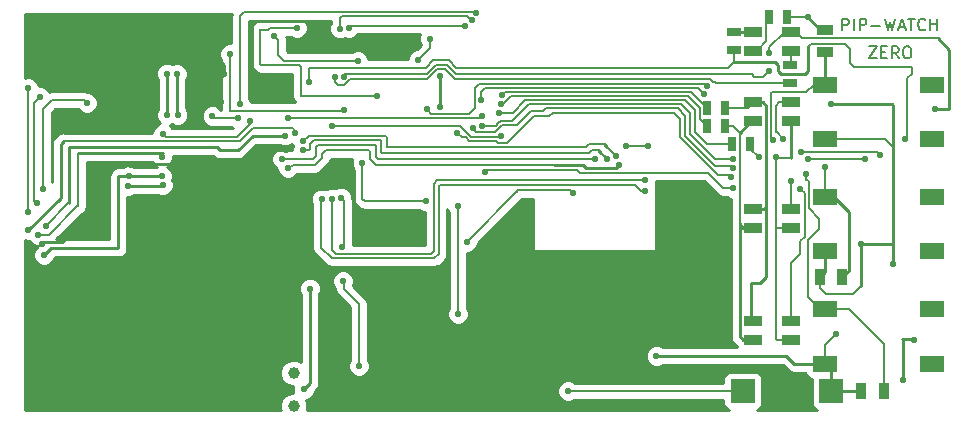
<source format=gtl>
G04 (created by PCBNEW (2013-june-11)-stable) date St 3. září 2014, 22:49:41 CEST*
%MOIN*%
G04 Gerber Fmt 3.4, Leading zero omitted, Abs format*
%FSLAX34Y34*%
G01*
G70*
G90*
G04 APERTURE LIST*
%ADD10C,0.00590551*%
%ADD11C,0.00787402*%
%ADD12R,0.0590551X0.0354331*%
%ADD13R,0.055X0.035*%
%ADD14R,0.035X0.055*%
%ADD15R,0.025X0.045*%
%ADD16R,0.045X0.025*%
%ADD17C,0.0393701*%
%ADD18R,0.0826772X0.0551181*%
%ADD19R,0.0787402X0.0787402*%
%ADD20C,0.0220472*%
%ADD21C,0.01*%
G04 APERTURE END LIST*
G54D10*
G54D11*
X73637Y-27344D02*
X73900Y-27344D01*
X73637Y-27738D01*
X73900Y-27738D01*
X74050Y-27531D02*
X74181Y-27531D01*
X74237Y-27738D02*
X74050Y-27738D01*
X74050Y-27344D01*
X74237Y-27344D01*
X74631Y-27738D02*
X74500Y-27550D01*
X74406Y-27738D02*
X74406Y-27344D01*
X74556Y-27344D01*
X74594Y-27363D01*
X74612Y-27381D01*
X74631Y-27419D01*
X74631Y-27475D01*
X74612Y-27513D01*
X74594Y-27531D01*
X74556Y-27550D01*
X74406Y-27550D01*
X74875Y-27344D02*
X74950Y-27344D01*
X74987Y-27363D01*
X75025Y-27400D01*
X75044Y-27475D01*
X75044Y-27606D01*
X75025Y-27681D01*
X74987Y-27719D01*
X74950Y-27738D01*
X74875Y-27738D01*
X74837Y-27719D01*
X74800Y-27681D01*
X74781Y-27606D01*
X74781Y-27475D01*
X74800Y-27400D01*
X74837Y-27363D01*
X74875Y-27344D01*
X72746Y-26812D02*
X72746Y-26419D01*
X72896Y-26419D01*
X72934Y-26437D01*
X72952Y-26456D01*
X72971Y-26494D01*
X72971Y-26550D01*
X72952Y-26587D01*
X72934Y-26606D01*
X72896Y-26625D01*
X72746Y-26625D01*
X73140Y-26812D02*
X73140Y-26419D01*
X73327Y-26812D02*
X73327Y-26419D01*
X73477Y-26419D01*
X73515Y-26437D01*
X73533Y-26456D01*
X73552Y-26494D01*
X73552Y-26550D01*
X73533Y-26587D01*
X73515Y-26606D01*
X73477Y-26625D01*
X73327Y-26625D01*
X73721Y-26662D02*
X74021Y-26662D01*
X74171Y-26419D02*
X74265Y-26812D01*
X74340Y-26531D01*
X74415Y-26812D01*
X74508Y-26419D01*
X74640Y-26700D02*
X74827Y-26700D01*
X74602Y-26812D02*
X74733Y-26419D01*
X74865Y-26812D01*
X74940Y-26419D02*
X75164Y-26419D01*
X75052Y-26812D02*
X75052Y-26419D01*
X75521Y-26775D02*
X75502Y-26794D01*
X75446Y-26812D01*
X75408Y-26812D01*
X75352Y-26794D01*
X75314Y-26756D01*
X75296Y-26719D01*
X75277Y-26644D01*
X75277Y-26587D01*
X75296Y-26512D01*
X75314Y-26475D01*
X75352Y-26437D01*
X75408Y-26419D01*
X75446Y-26419D01*
X75502Y-26437D01*
X75521Y-26456D01*
X75689Y-26812D02*
X75689Y-26419D01*
X75689Y-26606D02*
X75914Y-26606D01*
X75914Y-26812D02*
X75914Y-26419D01*
G54D12*
X71043Y-36496D03*
X71043Y-37125D03*
X69783Y-36496D03*
X69783Y-37125D03*
X71043Y-32755D03*
X71043Y-33385D03*
X69783Y-32755D03*
X69783Y-33385D03*
X71043Y-29212D03*
X71043Y-29842D03*
X69783Y-29212D03*
X69783Y-29842D03*
X71043Y-26850D03*
X71043Y-27480D03*
X69783Y-26850D03*
X69783Y-27480D03*
G54D13*
X72185Y-26790D03*
X72185Y-27540D03*
G54D14*
X72006Y-35039D03*
X72756Y-35039D03*
X73384Y-38818D03*
X74134Y-38818D03*
G54D15*
X68223Y-29389D03*
X68823Y-29389D03*
X70310Y-26377D03*
X70910Y-26377D03*
G54D16*
X69133Y-26865D03*
X69133Y-27465D03*
X71003Y-27948D03*
X71003Y-28548D03*
G54D15*
X68223Y-29980D03*
X68823Y-29980D03*
X69089Y-30590D03*
X69689Y-30590D03*
G54D17*
X54468Y-38228D03*
X54468Y-39330D03*
G54D18*
X72185Y-36102D03*
X75728Y-36102D03*
X72185Y-37913D03*
X75728Y-37913D03*
X72185Y-32362D03*
X75728Y-32362D03*
X72185Y-34173D03*
X75728Y-34173D03*
X72185Y-28622D03*
X75728Y-28622D03*
X72185Y-30433D03*
X75728Y-30433D03*
G54D19*
X72381Y-38838D03*
X69429Y-38838D03*
G54D20*
X61377Y-30314D03*
X55748Y-30000D03*
X54763Y-30511D03*
X65196Y-31003D03*
X55393Y-32440D03*
X66161Y-32165D03*
X55728Y-32421D03*
X66161Y-31811D03*
X54271Y-29724D03*
X60748Y-29665D03*
X66259Y-30669D03*
X65531Y-30669D03*
X63759Y-32244D03*
X60236Y-33858D03*
X58858Y-32500D03*
X56751Y-31240D03*
X64901Y-31102D03*
X54763Y-30807D03*
X54271Y-31397D03*
X65295Y-31299D03*
X64507Y-31102D03*
X54074Y-31102D03*
X55846Y-28346D03*
X54980Y-28543D03*
X74842Y-30413D03*
X56299Y-26732D03*
X60157Y-26653D03*
X71614Y-31082D03*
X73503Y-31082D03*
X56003Y-26751D03*
X71358Y-30866D03*
X74015Y-30964D03*
X60393Y-26476D03*
X56141Y-28346D03*
X70314Y-28149D03*
X70314Y-27559D03*
X75826Y-29429D03*
X52677Y-29251D03*
X60531Y-26220D03*
X70452Y-30472D03*
X68248Y-28661D03*
X58897Y-29429D03*
X69094Y-31082D03*
X60728Y-29980D03*
X72185Y-31358D03*
X71555Y-31594D03*
X69094Y-31397D03*
X60433Y-30078D03*
X46102Y-32086D03*
X47578Y-29232D03*
X52598Y-29744D03*
X51751Y-29665D03*
X45610Y-28740D03*
X45610Y-32874D03*
X45610Y-33464D03*
X54507Y-30236D03*
X46003Y-29035D03*
X45905Y-32578D03*
X46200Y-33326D03*
X54173Y-30314D03*
X50098Y-30255D03*
X50078Y-31023D03*
X45944Y-33622D03*
X52992Y-29842D03*
X59015Y-27086D03*
X58622Y-27795D03*
X53799Y-26988D03*
X56594Y-27834D03*
X68149Y-28937D03*
X70787Y-30413D03*
X60708Y-29133D03*
X71043Y-31830D03*
X69055Y-31692D03*
X59921Y-30236D03*
X60826Y-31535D03*
X69094Y-32066D03*
X71338Y-32086D03*
X61318Y-29547D03*
X61377Y-29251D03*
X61417Y-28956D03*
X54566Y-26732D03*
X57224Y-28996D03*
X63602Y-38838D03*
X56043Y-32381D03*
X56633Y-37992D03*
X56102Y-35157D03*
X56082Y-34015D03*
X56141Y-29468D03*
X52342Y-27598D03*
X61003Y-36003D03*
X61003Y-35236D03*
X57716Y-27263D03*
X53031Y-28149D03*
X46082Y-33937D03*
X45629Y-28129D03*
X52027Y-29192D03*
X52125Y-28248D03*
X54192Y-30807D03*
X52440Y-32224D03*
X53779Y-32224D03*
X74448Y-34606D03*
X72362Y-29271D03*
X59350Y-28326D03*
X59350Y-29370D03*
X55000Y-35414D03*
X54803Y-38779D03*
X66555Y-37657D03*
X50236Y-29625D03*
X50236Y-28248D03*
X48937Y-31988D03*
X50098Y-31968D03*
X50078Y-31673D03*
X48976Y-31673D03*
X46141Y-34291D03*
X50590Y-29625D03*
X50570Y-28267D03*
X72539Y-36929D03*
X73366Y-33937D03*
X71594Y-26377D03*
X59940Y-32677D03*
X59940Y-36259D03*
X70531Y-31043D03*
X69980Y-31043D03*
X75138Y-37125D03*
X74763Y-38464D03*
G54D11*
X57657Y-30000D02*
X55748Y-30000D01*
X61377Y-30314D02*
X61338Y-30354D01*
X61338Y-30354D02*
X60374Y-30354D01*
X60374Y-30354D02*
X60019Y-30000D01*
X60019Y-30000D02*
X57657Y-30000D01*
X54763Y-30511D02*
X54783Y-30511D01*
X64901Y-30708D02*
X65196Y-31003D01*
X64212Y-30708D02*
X64311Y-30610D01*
X64311Y-30610D02*
X64803Y-30610D01*
G54D21*
X64803Y-30610D02*
X64901Y-30708D01*
G54D11*
X57578Y-30708D02*
X64212Y-30708D01*
X57578Y-30374D02*
X57578Y-30708D01*
X57519Y-30314D02*
X57578Y-30374D01*
X54980Y-30314D02*
X57519Y-30314D01*
X54783Y-30511D02*
X54980Y-30314D01*
X61082Y-31968D02*
X65826Y-31968D01*
X59153Y-34409D02*
X59291Y-34271D01*
X59291Y-34271D02*
X59291Y-32007D01*
X59291Y-32007D02*
X59330Y-31968D01*
X59330Y-31968D02*
X61082Y-31968D01*
X55374Y-32874D02*
X55374Y-34055D01*
X55393Y-32440D02*
X55374Y-32460D01*
X55374Y-32460D02*
X55374Y-32874D01*
X55728Y-34409D02*
X56712Y-34409D01*
X55374Y-34055D02*
X55728Y-34409D01*
X56712Y-34409D02*
X59153Y-34409D01*
X66023Y-32165D02*
X66161Y-32165D01*
X65826Y-31968D02*
X66023Y-32165D01*
X61318Y-31811D02*
X66161Y-31811D01*
X59055Y-34251D02*
X59133Y-34173D01*
X59133Y-34173D02*
X59133Y-31929D01*
X59133Y-31929D02*
X59251Y-31811D01*
X59251Y-31811D02*
X61318Y-31811D01*
X55748Y-32854D02*
X55748Y-34133D01*
X55728Y-32421D02*
X55748Y-32440D01*
X55748Y-32440D02*
X55748Y-32854D01*
X55866Y-34251D02*
X56673Y-34251D01*
X55748Y-34133D02*
X55866Y-34251D01*
X56673Y-34251D02*
X59055Y-34251D01*
X60492Y-29724D02*
X60688Y-29724D01*
X54271Y-29724D02*
X56338Y-29724D01*
X56338Y-29724D02*
X59212Y-29724D01*
X60492Y-29724D02*
X59212Y-29724D01*
X60688Y-29724D02*
X60748Y-29665D01*
X61948Y-32145D02*
X63661Y-32145D01*
X65531Y-30669D02*
X66259Y-30669D01*
X63661Y-32145D02*
X63759Y-32244D01*
X60236Y-33858D02*
X61948Y-32145D01*
X61948Y-32145D02*
X61909Y-32185D01*
X56830Y-32500D02*
X58858Y-32500D01*
X56751Y-32421D02*
X56830Y-32500D01*
X56751Y-31240D02*
X56751Y-32421D01*
X57440Y-30905D02*
X57421Y-30905D01*
X64311Y-30905D02*
X62834Y-30905D01*
X64409Y-30807D02*
X64311Y-30905D01*
X64606Y-30807D02*
X64409Y-30807D01*
G54D21*
X64704Y-30905D02*
X64606Y-30807D01*
G54D11*
X64803Y-31003D02*
X64704Y-30905D01*
G54D21*
X64901Y-31102D02*
X64803Y-31003D01*
G54D11*
X57440Y-30905D02*
X62834Y-30905D01*
X54960Y-30807D02*
X54763Y-30807D01*
X55019Y-30748D02*
X54960Y-30807D01*
X55019Y-30590D02*
X55019Y-30748D01*
X55137Y-30472D02*
X55019Y-30590D01*
X57342Y-30472D02*
X55137Y-30472D01*
X57362Y-30492D02*
X57342Y-30472D01*
X57362Y-30846D02*
X57362Y-30492D01*
X57421Y-30905D02*
X57362Y-30846D01*
X54862Y-30807D02*
X54763Y-30807D01*
X63129Y-31299D02*
X57204Y-31299D01*
X54271Y-31397D02*
X54468Y-31299D01*
G54D21*
X64114Y-31299D02*
X63129Y-31299D01*
X64212Y-31397D02*
X64114Y-31299D01*
X65196Y-31397D02*
X64212Y-31397D01*
X65295Y-31299D02*
X65196Y-31397D01*
G54D11*
X55177Y-31299D02*
X54468Y-31299D01*
X55413Y-31062D02*
X55177Y-31299D01*
X55413Y-30925D02*
X55413Y-31062D01*
X55531Y-30807D02*
X55413Y-30925D01*
X56968Y-30807D02*
X55531Y-30807D01*
X57007Y-30846D02*
X56968Y-30807D01*
X57007Y-31102D02*
X57007Y-30846D01*
X57204Y-31299D02*
X57007Y-31102D01*
X64507Y-31102D02*
X57283Y-31102D01*
X54370Y-31102D02*
X54074Y-31102D01*
X55098Y-31102D02*
X54370Y-31102D01*
X55216Y-30984D02*
X55098Y-31102D01*
X55216Y-30688D02*
X55216Y-30984D01*
X55275Y-30629D02*
X55216Y-30688D01*
X57185Y-30629D02*
X55275Y-30629D01*
X57204Y-30649D02*
X57185Y-30629D01*
X57204Y-31023D02*
X57204Y-30649D01*
X57283Y-31102D02*
X57204Y-31023D01*
X62125Y-28444D02*
X59842Y-28444D01*
X56338Y-28444D02*
X56141Y-28641D01*
X56141Y-28641D02*
X55944Y-28641D01*
X55944Y-28641D02*
X55846Y-28543D01*
X55846Y-28543D02*
X55846Y-28346D01*
X65866Y-28444D02*
X62125Y-28444D01*
X68543Y-28543D02*
X68444Y-28543D01*
X68548Y-28548D02*
X68543Y-28543D01*
X68548Y-28548D02*
X71003Y-28548D01*
X68444Y-28543D02*
X68346Y-28444D01*
X68346Y-28444D02*
X65866Y-28444D01*
X58917Y-28444D02*
X56338Y-28444D01*
X59251Y-28110D02*
X58917Y-28444D01*
X59507Y-28110D02*
X59251Y-28110D01*
X59842Y-28444D02*
X59507Y-28110D01*
X71909Y-27263D02*
X72834Y-27263D01*
X74921Y-30334D02*
X74842Y-30413D01*
X74921Y-28405D02*
X74921Y-30334D01*
X75078Y-28248D02*
X74921Y-28405D01*
X75078Y-28070D02*
X75078Y-28248D01*
X75039Y-28031D02*
X75078Y-28070D01*
X73129Y-28031D02*
X75039Y-28031D01*
X72992Y-27893D02*
X73129Y-28031D01*
X72992Y-27421D02*
X72992Y-27893D01*
X72834Y-27263D02*
X72992Y-27421D01*
X59881Y-28051D02*
X59625Y-27795D01*
X68937Y-28051D02*
X69133Y-27854D01*
X68937Y-28051D02*
X66476Y-28051D01*
X55944Y-28051D02*
X54980Y-28051D01*
X66476Y-28051D02*
X59881Y-28051D01*
X54980Y-28051D02*
X54980Y-28543D01*
X58858Y-28051D02*
X55944Y-28051D01*
X59114Y-27795D02*
X58858Y-28051D01*
X59625Y-27795D02*
X59114Y-27795D01*
G54D21*
X69133Y-27854D02*
X70511Y-27854D01*
X70511Y-27854D02*
X70610Y-27952D01*
G54D11*
X69133Y-27465D02*
X69133Y-27854D01*
G54D21*
X70610Y-27952D02*
X70610Y-28149D01*
G54D11*
X71692Y-27263D02*
X71909Y-27263D01*
X71909Y-27263D02*
X71889Y-27263D01*
X71594Y-27362D02*
X71692Y-27263D01*
G54D21*
X71594Y-28149D02*
X71594Y-27362D01*
X71496Y-28248D02*
X71594Y-28149D01*
X70708Y-28248D02*
X71496Y-28248D01*
X70610Y-28149D02*
X70708Y-28248D01*
G54D11*
X56299Y-26732D02*
X56377Y-26653D01*
X56377Y-26653D02*
X60157Y-26653D01*
X73503Y-31082D02*
X71614Y-31082D01*
X56948Y-26338D02*
X56062Y-26338D01*
X56003Y-26397D02*
X56003Y-26751D01*
X56062Y-26338D02*
X56003Y-26397D01*
X60393Y-26476D02*
X60374Y-26476D01*
X60236Y-26338D02*
X56948Y-26338D01*
X56948Y-26338D02*
X56948Y-26338D01*
X60374Y-26476D02*
X60236Y-26338D01*
X73917Y-30866D02*
X71358Y-30866D01*
X74015Y-30964D02*
X73917Y-30866D01*
X60393Y-26476D02*
X60354Y-26437D01*
X62145Y-28248D02*
X59862Y-28248D01*
X69822Y-28346D02*
X69724Y-28248D01*
X69724Y-28248D02*
X62145Y-28248D01*
X56437Y-28248D02*
X56141Y-28248D01*
X56141Y-28248D02*
X56141Y-28346D01*
X70826Y-26850D02*
X71043Y-26850D01*
X70314Y-28149D02*
X70118Y-28346D01*
X70314Y-27362D02*
X70314Y-27559D01*
X70826Y-26850D02*
X70314Y-27362D01*
X70118Y-28346D02*
X69822Y-28346D01*
X58897Y-28248D02*
X56437Y-28248D01*
X59192Y-27952D02*
X58897Y-28248D01*
X59566Y-27952D02*
X59192Y-27952D01*
X59862Y-28248D02*
X59566Y-27952D01*
G54D21*
X76318Y-29429D02*
X75826Y-29429D01*
G54D11*
X71181Y-26850D02*
X71397Y-27066D01*
X71397Y-27066D02*
X75925Y-27066D01*
G54D21*
X75925Y-27066D02*
X76318Y-27460D01*
X76318Y-27460D02*
X76318Y-29429D01*
X71043Y-26850D02*
X71181Y-26850D01*
G54D11*
X52677Y-26338D02*
X52677Y-29251D01*
X52814Y-26200D02*
X52677Y-26338D01*
X60511Y-26200D02*
X52814Y-26200D01*
X60531Y-26220D02*
X60511Y-26200D01*
X60492Y-29311D02*
X60492Y-29389D01*
X60492Y-28720D02*
X60629Y-28582D01*
X60492Y-29311D02*
X60492Y-28976D01*
X70374Y-30393D02*
X70452Y-30472D01*
X70374Y-30255D02*
X70364Y-28906D01*
X71811Y-28622D02*
X71555Y-28877D01*
X71555Y-28877D02*
X70393Y-28877D01*
X70393Y-28877D02*
X70364Y-28906D01*
X72185Y-28622D02*
X71811Y-28622D01*
X70374Y-30255D02*
X70374Y-30393D01*
X68169Y-28582D02*
X60629Y-28582D01*
X68248Y-28661D02*
X68169Y-28582D01*
X60492Y-28976D02*
X60492Y-28720D01*
X59055Y-29586D02*
X58897Y-29429D01*
X60295Y-29586D02*
X59055Y-29586D01*
X60492Y-29389D02*
X60295Y-29586D01*
G54D21*
X72185Y-27540D02*
X72185Y-28622D01*
G54D11*
X61751Y-29822D02*
X62303Y-29271D01*
X62303Y-29271D02*
X67381Y-29271D01*
X67381Y-29271D02*
X67677Y-29566D01*
X67677Y-29566D02*
X67677Y-30255D01*
X67677Y-30255D02*
X68503Y-31082D01*
X68503Y-31082D02*
X69094Y-31082D01*
X61279Y-29901D02*
X61358Y-29822D01*
X61200Y-29980D02*
X61279Y-29901D01*
X60728Y-29980D02*
X61200Y-29980D01*
X61358Y-29822D02*
X61751Y-29822D01*
X72185Y-31358D02*
X72185Y-32362D01*
G54D21*
X72185Y-32362D02*
X72460Y-32362D01*
X72460Y-32362D02*
X72972Y-32874D01*
X72972Y-32874D02*
X72972Y-34823D01*
X72972Y-34823D02*
X72756Y-35039D01*
G54D11*
X74134Y-38818D02*
X74134Y-37264D01*
X72972Y-36102D02*
X72185Y-36102D01*
X74134Y-37264D02*
X72972Y-36102D01*
X71988Y-33287D02*
X71988Y-33090D01*
X61909Y-29960D02*
X62362Y-29507D01*
X62362Y-29507D02*
X62775Y-29507D01*
X67519Y-30334D02*
X68503Y-31318D01*
X62775Y-29507D02*
X62874Y-29409D01*
X62874Y-29409D02*
X67263Y-29409D01*
X67263Y-29409D02*
X67519Y-29665D01*
X67519Y-29665D02*
X67519Y-30334D01*
X71555Y-31594D02*
X71555Y-31811D01*
X69015Y-31318D02*
X69094Y-31397D01*
X68503Y-31318D02*
X69015Y-31318D01*
X61417Y-29960D02*
X61909Y-29960D01*
X72007Y-36102D02*
X71614Y-35708D01*
X71614Y-35708D02*
X71614Y-33799D01*
X71614Y-33799D02*
X71988Y-33425D01*
X71988Y-33425D02*
X71988Y-33287D01*
X72007Y-36102D02*
X72185Y-36102D01*
X71594Y-31811D02*
X71555Y-31811D01*
X71633Y-31850D02*
X71594Y-31811D01*
X71633Y-32736D02*
X71633Y-31850D01*
X71988Y-33090D02*
X71633Y-32736D01*
X61181Y-30196D02*
X61417Y-29960D01*
X61417Y-29960D02*
X61417Y-29960D01*
X60551Y-30196D02*
X61181Y-30196D01*
X60433Y-30078D02*
X60551Y-30196D01*
X46102Y-32086D02*
X46102Y-29429D01*
X46102Y-29429D02*
X46397Y-29133D01*
X46397Y-29133D02*
X47480Y-29133D01*
X47480Y-29133D02*
X47578Y-29232D01*
X51830Y-29744D02*
X52598Y-29744D01*
X51751Y-29665D02*
X51830Y-29744D01*
X45610Y-28740D02*
X45610Y-32874D01*
G54D21*
X46692Y-32381D02*
X46692Y-30610D01*
X46692Y-30610D02*
X46791Y-30511D01*
G54D11*
X46791Y-30511D02*
X52401Y-30511D01*
G54D21*
X45610Y-33464D02*
X46692Y-32381D01*
G54D11*
X54448Y-30078D02*
X53090Y-30078D01*
X54488Y-30118D02*
X54448Y-30078D01*
X52657Y-30511D02*
X53090Y-30078D01*
X52401Y-30511D02*
X52657Y-30511D01*
X54478Y-30108D02*
X54488Y-30118D01*
X54478Y-30206D02*
X54478Y-30108D01*
X54507Y-30236D02*
X54478Y-30206D01*
X46003Y-29035D02*
X45807Y-29232D01*
X45807Y-29232D02*
X45807Y-32480D01*
X45807Y-32480D02*
X45905Y-32578D01*
X46988Y-32578D02*
X46948Y-32578D01*
X46948Y-32578D02*
X46200Y-33326D01*
G54D21*
X52598Y-30807D02*
X53090Y-30314D01*
X46988Y-32578D02*
X46988Y-32578D01*
X46988Y-32578D02*
X46988Y-30708D01*
X46988Y-30708D02*
X51909Y-30708D01*
X51909Y-30708D02*
X52007Y-30807D01*
X52007Y-30807D02*
X52598Y-30807D01*
X53090Y-30314D02*
X54173Y-30314D01*
G54D11*
X47283Y-32677D02*
X47244Y-32677D01*
G54D21*
X47283Y-30905D02*
X50098Y-30905D01*
G54D11*
X47283Y-32677D02*
X47283Y-30905D01*
X50078Y-31023D02*
X50098Y-31003D01*
X50098Y-31003D02*
X50098Y-30905D01*
X46299Y-33622D02*
X45944Y-33622D01*
X47244Y-32677D02*
X46299Y-33622D01*
X52992Y-29842D02*
X52992Y-29921D01*
X50196Y-30354D02*
X50098Y-30255D01*
X52559Y-30354D02*
X50196Y-30354D01*
X52992Y-29921D02*
X52559Y-30354D01*
X50118Y-30255D02*
X50098Y-30255D01*
X59015Y-27401D02*
X59015Y-27086D01*
X58622Y-27795D02*
X59015Y-27401D01*
X53956Y-27165D02*
X53956Y-27145D01*
X53956Y-27165D02*
X53956Y-27185D01*
X53956Y-27145D02*
X53799Y-26988D01*
X56594Y-27834D02*
X56574Y-27814D01*
X56574Y-27814D02*
X54153Y-27814D01*
X54153Y-27814D02*
X53956Y-27618D01*
X53956Y-27618D02*
X53956Y-27204D01*
X66397Y-28720D02*
X60846Y-28720D01*
X68149Y-28937D02*
X67933Y-28720D01*
X67933Y-28720D02*
X66397Y-28720D01*
X70531Y-30196D02*
X70570Y-30196D01*
X70649Y-29212D02*
X70531Y-29330D01*
X70531Y-29330D02*
X70531Y-30196D01*
X71043Y-29212D02*
X70649Y-29212D01*
X70570Y-30196D02*
X70787Y-30413D01*
X60708Y-29133D02*
X60708Y-28858D01*
X60846Y-28720D02*
X60708Y-28858D01*
X68602Y-31633D02*
X68996Y-31633D01*
X68494Y-31525D02*
X68602Y-31633D01*
X71043Y-31830D02*
X71043Y-32755D01*
X68996Y-31633D02*
X69055Y-31692D01*
X68503Y-31535D02*
X68494Y-31525D01*
X68494Y-31525D02*
X67775Y-30807D01*
X67125Y-29547D02*
X67342Y-29763D01*
X67342Y-29763D02*
X67342Y-30374D01*
X67342Y-30374D02*
X67775Y-30807D01*
X62480Y-29665D02*
X62972Y-29665D01*
X61585Y-30560D02*
X62480Y-29665D01*
X60198Y-30374D02*
X60316Y-30492D01*
X60316Y-30492D02*
X61102Y-30492D01*
X60059Y-30374D02*
X60078Y-30374D01*
X59921Y-30236D02*
X60059Y-30374D01*
X60078Y-30374D02*
X60198Y-30374D01*
X61200Y-30492D02*
X61268Y-30560D01*
X61102Y-30492D02*
X61200Y-30492D01*
X61268Y-30560D02*
X61585Y-30560D01*
X63090Y-29547D02*
X63464Y-29547D01*
X62972Y-29665D02*
X63090Y-29547D01*
X63464Y-29547D02*
X67125Y-29547D01*
X60826Y-31535D02*
X60905Y-31456D01*
X63366Y-31456D02*
X60905Y-31456D01*
X69074Y-32066D02*
X69094Y-32066D01*
X69074Y-32066D02*
X68937Y-32066D01*
X68258Y-31546D02*
X68779Y-32066D01*
X68779Y-32066D02*
X68937Y-32066D01*
X68258Y-31546D02*
X66014Y-31546D01*
X71496Y-32440D02*
X71496Y-32244D01*
X71043Y-34547D02*
X71338Y-34251D01*
X71338Y-34251D02*
X71338Y-33838D01*
X71338Y-33838D02*
X71496Y-33681D01*
X71496Y-33681D02*
X71496Y-32440D01*
X71043Y-36496D02*
X71043Y-34547D01*
X71496Y-32244D02*
X71338Y-32086D01*
X65000Y-31546D02*
X66014Y-31546D01*
X63917Y-31456D02*
X64006Y-31546D01*
X64006Y-31546D02*
X65000Y-31546D01*
X63366Y-31456D02*
X63917Y-31456D01*
X66014Y-31546D02*
X66023Y-31555D01*
X63366Y-31456D02*
X63385Y-31456D01*
X67834Y-30181D02*
X67834Y-30196D01*
X61771Y-29547D02*
X62185Y-29133D01*
X62185Y-29133D02*
X63464Y-29133D01*
X61318Y-29547D02*
X61555Y-29547D01*
X61555Y-29547D02*
X61771Y-29547D01*
X67834Y-29448D02*
X67834Y-30181D01*
X67519Y-29133D02*
X67834Y-29448D01*
X63464Y-29133D02*
X67519Y-29133D01*
X68228Y-30590D02*
X69089Y-30590D01*
X67834Y-30196D02*
X68228Y-30590D01*
X62736Y-28996D02*
X67598Y-28996D01*
X61377Y-29251D02*
X61397Y-29232D01*
X61397Y-29232D02*
X61476Y-29232D01*
X61476Y-29232D02*
X61712Y-28996D01*
X61712Y-28996D02*
X62736Y-28996D01*
X67992Y-29748D02*
X68223Y-29980D01*
X67992Y-29389D02*
X67992Y-29748D01*
X67598Y-28996D02*
X67992Y-29389D01*
X63267Y-28858D02*
X67692Y-28858D01*
X67692Y-28858D02*
X68223Y-29389D01*
X61515Y-28858D02*
X63267Y-28858D01*
X63267Y-28858D02*
X63267Y-28858D01*
X61417Y-28956D02*
X61515Y-28858D01*
X53346Y-26791D02*
X53622Y-26791D01*
X53681Y-26732D02*
X54566Y-26732D01*
X53622Y-26791D02*
X53681Y-26732D01*
X54704Y-28996D02*
X57224Y-28996D01*
X53346Y-26771D02*
X53346Y-26791D01*
X53346Y-26791D02*
X53346Y-27933D01*
X53346Y-27933D02*
X53385Y-27972D01*
X53385Y-27972D02*
X54645Y-27972D01*
X54645Y-27972D02*
X54704Y-28031D01*
X54704Y-28031D02*
X54704Y-28996D01*
X69429Y-38838D02*
X63602Y-38838D01*
X56141Y-32775D02*
X56141Y-33956D01*
X56141Y-32480D02*
X56043Y-32381D01*
X56633Y-35925D02*
X56141Y-35433D01*
X56633Y-37992D02*
X56633Y-35925D01*
X56141Y-32775D02*
X56141Y-32480D01*
X56141Y-35196D02*
X56141Y-35433D01*
X56102Y-35157D02*
X56141Y-35196D01*
X56141Y-33956D02*
X56082Y-34015D01*
X52342Y-28051D02*
X52342Y-27598D01*
X56122Y-29488D02*
X52342Y-29488D01*
X56141Y-29468D02*
X56122Y-29488D01*
X52342Y-29488D02*
X52342Y-28051D01*
G54D21*
X61003Y-35236D02*
X61003Y-36003D01*
X55196Y-27283D02*
X55196Y-26574D01*
X57716Y-27263D02*
X57696Y-27283D01*
X57696Y-27283D02*
X55196Y-27283D01*
X53031Y-26574D02*
X53031Y-28149D01*
X53110Y-26496D02*
X53031Y-26574D01*
X55118Y-26496D02*
X53110Y-26496D01*
X55196Y-26574D02*
X55118Y-26496D01*
X48120Y-32470D02*
X48120Y-31348D01*
X48188Y-31279D02*
X49291Y-31279D01*
X48120Y-31348D02*
X48188Y-31279D01*
X47027Y-33562D02*
X48120Y-32470D01*
X46082Y-33937D02*
X46161Y-33858D01*
X46161Y-33858D02*
X46732Y-33858D01*
X46732Y-33858D02*
X47027Y-33562D01*
X52440Y-31633D02*
X52440Y-32224D01*
X49291Y-31279D02*
X52086Y-31279D01*
X52086Y-31279D02*
X52440Y-31633D01*
X52125Y-28248D02*
X52125Y-27952D01*
X45629Y-27677D02*
X45629Y-28129D01*
X45669Y-27637D02*
X45629Y-27677D01*
X51811Y-27637D02*
X45669Y-27637D01*
X52125Y-27952D02*
X51811Y-27637D01*
X52027Y-28346D02*
X52027Y-29192D01*
X52125Y-28248D02*
X52027Y-28346D01*
X53464Y-30925D02*
X53464Y-32224D01*
X53582Y-30807D02*
X53464Y-30925D01*
X54192Y-30807D02*
X53582Y-30807D01*
X53779Y-32224D02*
X53464Y-32224D01*
X53464Y-32224D02*
X52440Y-32224D01*
X72381Y-38838D02*
X72381Y-38110D01*
X72381Y-38110D02*
X72185Y-37913D01*
X72381Y-38838D02*
X73365Y-38838D01*
X73365Y-38838D02*
X73384Y-38818D01*
X74448Y-33897D02*
X74448Y-34606D01*
X73307Y-29271D02*
X74409Y-29271D01*
X74448Y-29311D02*
X74448Y-30708D01*
X74409Y-29271D02*
X74448Y-29311D01*
X72362Y-29271D02*
X73307Y-29271D01*
X73307Y-29271D02*
X73307Y-29271D01*
X59350Y-28326D02*
X59350Y-29370D01*
X55019Y-38562D02*
X54803Y-38779D01*
X55019Y-35434D02*
X55019Y-38562D01*
X55019Y-35434D02*
X55000Y-35414D01*
X71141Y-37913D02*
X72185Y-37913D01*
X70885Y-37657D02*
X71141Y-37913D01*
X68248Y-37657D02*
X70885Y-37657D01*
X66555Y-37657D02*
X68248Y-37657D01*
X50236Y-29625D02*
X50236Y-28248D01*
X50078Y-31988D02*
X48937Y-31988D01*
X50098Y-31968D02*
X50078Y-31988D01*
X48602Y-34074D02*
X48602Y-31692D01*
X48622Y-31673D02*
X48976Y-31673D01*
X48602Y-31692D02*
X48622Y-31673D01*
X50078Y-31673D02*
X48976Y-31673D01*
X46358Y-34074D02*
X48602Y-34074D01*
X48602Y-34074D02*
X48622Y-34074D01*
X46141Y-34291D02*
X46358Y-34074D01*
X50570Y-29606D02*
X50570Y-28267D01*
X50570Y-29606D02*
X50590Y-29625D01*
G54D11*
X72185Y-37913D02*
X72185Y-37283D01*
X72185Y-37283D02*
X72539Y-36929D01*
X72006Y-35039D02*
X72006Y-35392D01*
G54D21*
X73366Y-35334D02*
X73366Y-33937D01*
G54D11*
X73110Y-35590D02*
X73366Y-35334D01*
X72204Y-35590D02*
X73110Y-35590D01*
X72006Y-35392D02*
X72204Y-35590D01*
X72185Y-30433D02*
X74173Y-30433D01*
X74173Y-30433D02*
X74448Y-30708D01*
G54D21*
X74448Y-30708D02*
X74448Y-33897D01*
X74448Y-33897D02*
X74448Y-33937D01*
X74448Y-33937D02*
X73366Y-33937D01*
X72185Y-26790D02*
X72006Y-26790D01*
X72006Y-26790D02*
X71594Y-26377D01*
G54D11*
X70910Y-26377D02*
X71594Y-26377D01*
G54D21*
X72185Y-34173D02*
X72185Y-34861D01*
X72185Y-34861D02*
X72006Y-35039D01*
G54D11*
X69783Y-27480D02*
X69901Y-27480D01*
X70216Y-26471D02*
X70310Y-26377D01*
X70216Y-27165D02*
X70216Y-26471D01*
X69901Y-27480D02*
X70216Y-27165D01*
G54D21*
X69783Y-26850D02*
X69148Y-26850D01*
X69148Y-26850D02*
X69133Y-26865D01*
G54D11*
X71043Y-27480D02*
X71043Y-27908D01*
X71043Y-27908D02*
X71003Y-27948D01*
X59940Y-34901D02*
X59940Y-32677D01*
X59940Y-36259D02*
X59940Y-34901D01*
X70531Y-33366D02*
X70531Y-37086D01*
X70570Y-37125D02*
X71043Y-37125D01*
X70531Y-37086D02*
X70570Y-37125D01*
X70531Y-31043D02*
X70531Y-33366D01*
X70551Y-33385D02*
X71043Y-33385D01*
X70531Y-33366D02*
X70551Y-33385D01*
X69689Y-30590D02*
X69689Y-30752D01*
X70551Y-31062D02*
X71043Y-31062D01*
X70531Y-31043D02*
X70551Y-31062D01*
X69689Y-30752D02*
X69980Y-31043D01*
G54D21*
X71043Y-29842D02*
X71043Y-31062D01*
G54D11*
X68823Y-29389D02*
X69606Y-29389D01*
X69606Y-29389D02*
X69783Y-29212D01*
G54D21*
X70216Y-32677D02*
X70216Y-35039D01*
X69719Y-35240D02*
X69719Y-35629D01*
X69724Y-35236D02*
X69719Y-35240D01*
X70019Y-35236D02*
X69724Y-35236D01*
X70216Y-35039D02*
X70019Y-35236D01*
X69783Y-29212D02*
X70098Y-29212D01*
X70137Y-32755D02*
X69783Y-32755D01*
X70216Y-32677D02*
X70137Y-32755D01*
X70216Y-29330D02*
X70216Y-32677D01*
X70098Y-29212D02*
X70216Y-29330D01*
X69719Y-35629D02*
X69719Y-36432D01*
X69719Y-36432D02*
X69783Y-36496D01*
G54D11*
X69330Y-30216D02*
X69330Y-33267D01*
X68823Y-29980D02*
X69094Y-29980D01*
X69094Y-29980D02*
X69330Y-30216D01*
X69330Y-30216D02*
X69330Y-30216D01*
G54D21*
X69330Y-33267D02*
X69330Y-37007D01*
X69330Y-37007D02*
X69448Y-37125D01*
X69448Y-37125D02*
X69783Y-37125D01*
X69783Y-29842D02*
X69704Y-29842D01*
X69448Y-33385D02*
X69783Y-33385D01*
X69330Y-33267D02*
X69448Y-33385D01*
X69704Y-29842D02*
X69330Y-30216D01*
X75118Y-37106D02*
X75138Y-37125D01*
X75118Y-37106D02*
X74744Y-37106D01*
X74744Y-37106D02*
X74763Y-37125D01*
X74763Y-37125D02*
X74763Y-38464D01*
G54D10*
G36*
X49921Y-31348D02*
X49874Y-31367D01*
X49869Y-31373D01*
X49185Y-31373D01*
X49180Y-31368D01*
X49048Y-31313D01*
X48905Y-31312D01*
X48772Y-31367D01*
X48767Y-31373D01*
X48622Y-31373D01*
X48507Y-31396D01*
X48409Y-31461D01*
X48390Y-31480D01*
X48325Y-31578D01*
X48302Y-31692D01*
X48302Y-33774D01*
X46555Y-33774D01*
X47383Y-32946D01*
X47394Y-32944D01*
X47488Y-32881D01*
X47550Y-32787D01*
X47572Y-32677D01*
X47572Y-31205D01*
X49764Y-31205D01*
X49773Y-31227D01*
X49874Y-31328D01*
X49921Y-31348D01*
X49921Y-31348D01*
G37*
G54D21*
X49921Y-31348D02*
X49874Y-31367D01*
X49869Y-31373D01*
X49185Y-31373D01*
X49180Y-31368D01*
X49048Y-31313D01*
X48905Y-31312D01*
X48772Y-31367D01*
X48767Y-31373D01*
X48622Y-31373D01*
X48507Y-31396D01*
X48409Y-31461D01*
X48390Y-31480D01*
X48325Y-31578D01*
X48302Y-31692D01*
X48302Y-33774D01*
X46555Y-33774D01*
X47383Y-32946D01*
X47394Y-32944D01*
X47488Y-32881D01*
X47550Y-32787D01*
X47572Y-32677D01*
X47572Y-31205D01*
X49764Y-31205D01*
X49773Y-31227D01*
X49874Y-31328D01*
X49921Y-31348D01*
G54D10*
G36*
X52431Y-30064D02*
X50409Y-30064D01*
X50403Y-30052D01*
X50329Y-29977D01*
X50413Y-29942D01*
X50518Y-29986D01*
X50661Y-29986D01*
X50794Y-29931D01*
X50895Y-29830D01*
X50950Y-29697D01*
X50950Y-29554D01*
X50896Y-29422D01*
X50870Y-29396D01*
X50870Y-28477D01*
X50876Y-28472D01*
X50931Y-28339D01*
X50931Y-28196D01*
X50876Y-28063D01*
X50775Y-27962D01*
X50642Y-27907D01*
X50499Y-27907D01*
X50427Y-27937D01*
X50308Y-27887D01*
X50164Y-27887D01*
X50032Y-27942D01*
X49931Y-28043D01*
X49876Y-28176D01*
X49875Y-28319D01*
X49930Y-28451D01*
X49936Y-28457D01*
X49936Y-29416D01*
X49931Y-29421D01*
X49876Y-29554D01*
X49875Y-29697D01*
X49930Y-29829D01*
X50005Y-29904D01*
X49894Y-29950D01*
X49793Y-30051D01*
X49738Y-30183D01*
X49738Y-30222D01*
X46844Y-30222D01*
X46791Y-30211D01*
X46676Y-30234D01*
X46579Y-30299D01*
X46480Y-30398D01*
X46415Y-30495D01*
X46392Y-30610D01*
X46392Y-31867D01*
X46391Y-31866D01*
X46391Y-29548D01*
X46517Y-29423D01*
X47267Y-29423D01*
X47273Y-29436D01*
X47374Y-29537D01*
X47506Y-29592D01*
X47650Y-29592D01*
X47782Y-29537D01*
X47883Y-29436D01*
X47938Y-29304D01*
X47939Y-29160D01*
X47884Y-29028D01*
X47783Y-28927D01*
X47650Y-28872D01*
X47599Y-28872D01*
X47591Y-28866D01*
X47480Y-28844D01*
X46397Y-28844D01*
X46321Y-28859D01*
X46309Y-28831D01*
X46208Y-28730D01*
X46075Y-28675D01*
X45970Y-28675D01*
X45970Y-28668D01*
X45915Y-28536D01*
X45814Y-28434D01*
X45682Y-28379D01*
X45538Y-28379D01*
X45496Y-28397D01*
X45496Y-26263D01*
X52402Y-26263D01*
X52387Y-26338D01*
X52387Y-27238D01*
X52271Y-27238D01*
X52138Y-27292D01*
X52037Y-27394D01*
X51982Y-27526D01*
X51982Y-27669D01*
X52036Y-27802D01*
X52053Y-27818D01*
X52053Y-28051D01*
X52053Y-29454D01*
X52050Y-29454D01*
X51956Y-29360D01*
X51823Y-29305D01*
X51680Y-29305D01*
X51548Y-29359D01*
X51446Y-29461D01*
X51391Y-29593D01*
X51391Y-29736D01*
X51446Y-29869D01*
X51547Y-29970D01*
X51679Y-30025D01*
X51791Y-30025D01*
X51830Y-30033D01*
X51830Y-30033D01*
X52378Y-30033D01*
X52394Y-30049D01*
X52431Y-30064D01*
X52431Y-30064D01*
G37*
G54D21*
X52431Y-30064D02*
X50409Y-30064D01*
X50403Y-30052D01*
X50329Y-29977D01*
X50413Y-29942D01*
X50518Y-29986D01*
X50661Y-29986D01*
X50794Y-29931D01*
X50895Y-29830D01*
X50950Y-29697D01*
X50950Y-29554D01*
X50896Y-29422D01*
X50870Y-29396D01*
X50870Y-28477D01*
X50876Y-28472D01*
X50931Y-28339D01*
X50931Y-28196D01*
X50876Y-28063D01*
X50775Y-27962D01*
X50642Y-27907D01*
X50499Y-27907D01*
X50427Y-27937D01*
X50308Y-27887D01*
X50164Y-27887D01*
X50032Y-27942D01*
X49931Y-28043D01*
X49876Y-28176D01*
X49875Y-28319D01*
X49930Y-28451D01*
X49936Y-28457D01*
X49936Y-29416D01*
X49931Y-29421D01*
X49876Y-29554D01*
X49875Y-29697D01*
X49930Y-29829D01*
X50005Y-29904D01*
X49894Y-29950D01*
X49793Y-30051D01*
X49738Y-30183D01*
X49738Y-30222D01*
X46844Y-30222D01*
X46791Y-30211D01*
X46676Y-30234D01*
X46579Y-30299D01*
X46480Y-30398D01*
X46415Y-30495D01*
X46392Y-30610D01*
X46392Y-31867D01*
X46391Y-31866D01*
X46391Y-29548D01*
X46517Y-29423D01*
X47267Y-29423D01*
X47273Y-29436D01*
X47374Y-29537D01*
X47506Y-29592D01*
X47650Y-29592D01*
X47782Y-29537D01*
X47883Y-29436D01*
X47938Y-29304D01*
X47939Y-29160D01*
X47884Y-29028D01*
X47783Y-28927D01*
X47650Y-28872D01*
X47599Y-28872D01*
X47591Y-28866D01*
X47480Y-28844D01*
X46397Y-28844D01*
X46321Y-28859D01*
X46309Y-28831D01*
X46208Y-28730D01*
X46075Y-28675D01*
X45970Y-28675D01*
X45970Y-28668D01*
X45915Y-28536D01*
X45814Y-28434D01*
X45682Y-28379D01*
X45538Y-28379D01*
X45496Y-28397D01*
X45496Y-26263D01*
X52402Y-26263D01*
X52387Y-26338D01*
X52387Y-27238D01*
X52271Y-27238D01*
X52138Y-27292D01*
X52037Y-27394D01*
X51982Y-27526D01*
X51982Y-27669D01*
X52036Y-27802D01*
X52053Y-27818D01*
X52053Y-28051D01*
X52053Y-29454D01*
X52050Y-29454D01*
X51956Y-29360D01*
X51823Y-29305D01*
X51680Y-29305D01*
X51548Y-29359D01*
X51446Y-29461D01*
X51391Y-29593D01*
X51391Y-29736D01*
X51446Y-29869D01*
X51547Y-29970D01*
X51679Y-30025D01*
X51791Y-30025D01*
X51830Y-30033D01*
X51830Y-30033D01*
X52378Y-30033D01*
X52394Y-30049D01*
X52431Y-30064D01*
G54D10*
G36*
X54498Y-29198D02*
X53037Y-29198D01*
X53037Y-29180D01*
X52982Y-29048D01*
X52966Y-29031D01*
X52966Y-26490D01*
X53306Y-26490D01*
X53235Y-26504D01*
X53141Y-26567D01*
X53079Y-26660D01*
X53057Y-26771D01*
X53057Y-26791D01*
X53057Y-27933D01*
X53079Y-28043D01*
X53141Y-28137D01*
X53181Y-28177D01*
X53181Y-28177D01*
X53275Y-28239D01*
X53385Y-28261D01*
X54415Y-28261D01*
X54415Y-28996D01*
X54437Y-29106D01*
X54498Y-29198D01*
X54498Y-29198D01*
G37*
G54D21*
X54498Y-29198D02*
X53037Y-29198D01*
X53037Y-29180D01*
X52982Y-29048D01*
X52966Y-29031D01*
X52966Y-26490D01*
X53306Y-26490D01*
X53235Y-26504D01*
X53141Y-26567D01*
X53079Y-26660D01*
X53057Y-26771D01*
X53057Y-26791D01*
X53057Y-27933D01*
X53079Y-28043D01*
X53141Y-28137D01*
X53181Y-28177D01*
X53181Y-28177D01*
X53275Y-28239D01*
X53385Y-28261D01*
X54415Y-28261D01*
X54415Y-28996D01*
X54437Y-29106D01*
X54498Y-29198D01*
G54D10*
G36*
X58713Y-27294D02*
X58573Y-27434D01*
X58550Y-27434D01*
X58418Y-27489D01*
X58316Y-27590D01*
X58261Y-27723D01*
X58261Y-27761D01*
X56954Y-27761D01*
X56900Y-27630D01*
X56798Y-27529D01*
X56666Y-27474D01*
X56523Y-27474D01*
X56399Y-27525D01*
X54273Y-27525D01*
X54246Y-27498D01*
X54246Y-27204D01*
X54244Y-27194D01*
X54246Y-27185D01*
X54246Y-27165D01*
X54246Y-27145D01*
X54227Y-27053D01*
X54224Y-27034D01*
X54224Y-27034D01*
X54215Y-27021D01*
X54346Y-27021D01*
X54362Y-27037D01*
X54494Y-27092D01*
X54638Y-27092D01*
X54770Y-27037D01*
X54872Y-26936D01*
X54927Y-26804D01*
X54927Y-26660D01*
X54872Y-26528D01*
X54834Y-26490D01*
X55714Y-26490D01*
X55714Y-26531D01*
X55698Y-26547D01*
X55643Y-26679D01*
X55643Y-26823D01*
X55698Y-26955D01*
X55799Y-27057D01*
X55931Y-27112D01*
X56075Y-27112D01*
X56175Y-27070D01*
X56227Y-27092D01*
X56370Y-27092D01*
X56503Y-27037D01*
X56598Y-26942D01*
X58685Y-26942D01*
X58655Y-27014D01*
X58655Y-27157D01*
X58710Y-27290D01*
X58713Y-27294D01*
X58713Y-27294D01*
G37*
G54D21*
X58713Y-27294D02*
X58573Y-27434D01*
X58550Y-27434D01*
X58418Y-27489D01*
X58316Y-27590D01*
X58261Y-27723D01*
X58261Y-27761D01*
X56954Y-27761D01*
X56900Y-27630D01*
X56798Y-27529D01*
X56666Y-27474D01*
X56523Y-27474D01*
X56399Y-27525D01*
X54273Y-27525D01*
X54246Y-27498D01*
X54246Y-27204D01*
X54244Y-27194D01*
X54246Y-27185D01*
X54246Y-27165D01*
X54246Y-27145D01*
X54227Y-27053D01*
X54224Y-27034D01*
X54224Y-27034D01*
X54215Y-27021D01*
X54346Y-27021D01*
X54362Y-27037D01*
X54494Y-27092D01*
X54638Y-27092D01*
X54770Y-27037D01*
X54872Y-26936D01*
X54927Y-26804D01*
X54927Y-26660D01*
X54872Y-26528D01*
X54834Y-26490D01*
X55714Y-26490D01*
X55714Y-26531D01*
X55698Y-26547D01*
X55643Y-26679D01*
X55643Y-26823D01*
X55698Y-26955D01*
X55799Y-27057D01*
X55931Y-27112D01*
X56075Y-27112D01*
X56175Y-27070D01*
X56227Y-27092D01*
X56370Y-27092D01*
X56503Y-27037D01*
X56598Y-26942D01*
X58685Y-26942D01*
X58655Y-27014D01*
X58655Y-27157D01*
X58710Y-27290D01*
X58713Y-27294D01*
G54D10*
G36*
X71920Y-39474D02*
X69893Y-39473D01*
X69964Y-39444D01*
X70034Y-39374D01*
X70072Y-39282D01*
X70072Y-39182D01*
X70072Y-38395D01*
X70034Y-38303D01*
X69964Y-38233D01*
X69872Y-38194D01*
X69773Y-38194D01*
X68985Y-38194D01*
X68894Y-38232D01*
X68823Y-38303D01*
X68785Y-38394D01*
X68785Y-38494D01*
X68785Y-38549D01*
X63822Y-38549D01*
X63806Y-38533D01*
X63674Y-38478D01*
X63531Y-38478D01*
X63398Y-38533D01*
X63297Y-38634D01*
X63242Y-38766D01*
X63242Y-38909D01*
X63296Y-39042D01*
X63398Y-39143D01*
X63530Y-39198D01*
X63673Y-39198D01*
X63806Y-39144D01*
X63822Y-39127D01*
X68785Y-39127D01*
X68785Y-39281D01*
X68823Y-39373D01*
X68893Y-39444D01*
X68963Y-39472D01*
X56994Y-39465D01*
X56994Y-37920D01*
X56939Y-37788D01*
X56923Y-37772D01*
X56923Y-35925D01*
X56923Y-35925D01*
X56901Y-35814D01*
X56901Y-35814D01*
X56880Y-35783D01*
X56838Y-35720D01*
X56838Y-35720D01*
X56431Y-35313D01*
X56431Y-35305D01*
X56462Y-35229D01*
X56462Y-35086D01*
X56407Y-34953D01*
X56306Y-34852D01*
X56174Y-34797D01*
X56031Y-34797D01*
X55898Y-34851D01*
X55797Y-34953D01*
X55742Y-35085D01*
X55742Y-35228D01*
X55796Y-35361D01*
X55852Y-35416D01*
X55852Y-35433D01*
X55874Y-35543D01*
X55937Y-35637D01*
X56344Y-36045D01*
X56344Y-37771D01*
X56328Y-37787D01*
X56273Y-37920D01*
X56273Y-38063D01*
X56328Y-38195D01*
X56429Y-38297D01*
X56561Y-38352D01*
X56705Y-38352D01*
X56837Y-38297D01*
X56939Y-38196D01*
X56994Y-38064D01*
X56994Y-37920D01*
X56994Y-39465D01*
X54897Y-39463D01*
X54915Y-39419D01*
X54915Y-39242D01*
X54873Y-39139D01*
X54874Y-39139D01*
X55006Y-39085D01*
X55108Y-38983D01*
X55163Y-38851D01*
X55163Y-38843D01*
X55231Y-38775D01*
X55231Y-38775D01*
X55296Y-38677D01*
X55319Y-38562D01*
X55319Y-38562D01*
X55319Y-35583D01*
X55360Y-35486D01*
X55360Y-35343D01*
X55305Y-35210D01*
X55204Y-35109D01*
X55071Y-35054D01*
X54928Y-35054D01*
X54796Y-35108D01*
X54694Y-35210D01*
X54639Y-35342D01*
X54639Y-35485D01*
X54694Y-35618D01*
X54719Y-35643D01*
X54719Y-37848D01*
X54557Y-37781D01*
X54380Y-37781D01*
X54215Y-37849D01*
X54089Y-37974D01*
X54021Y-38139D01*
X54021Y-38316D01*
X54089Y-38481D01*
X54215Y-38606D01*
X54379Y-38675D01*
X54456Y-38675D01*
X54442Y-38707D01*
X54442Y-38850D01*
X54456Y-38883D01*
X54380Y-38883D01*
X54215Y-38951D01*
X54089Y-39077D01*
X54021Y-39241D01*
X54021Y-39419D01*
X54039Y-39463D01*
X45496Y-39457D01*
X45496Y-33807D01*
X45538Y-33824D01*
X45638Y-33824D01*
X45639Y-33825D01*
X45740Y-33927D01*
X45872Y-33982D01*
X45946Y-33982D01*
X45937Y-33985D01*
X45836Y-34087D01*
X45781Y-34219D01*
X45781Y-34362D01*
X45836Y-34495D01*
X45937Y-34596D01*
X46069Y-34651D01*
X46213Y-34651D01*
X46345Y-34596D01*
X46446Y-34495D01*
X46497Y-34374D01*
X48602Y-34374D01*
X48622Y-34374D01*
X48736Y-34351D01*
X48834Y-34286D01*
X48899Y-34189D01*
X48922Y-34074D01*
X48902Y-33975D01*
X48902Y-32348D01*
X49008Y-32348D01*
X49140Y-32293D01*
X49146Y-32288D01*
X49928Y-32288D01*
X50026Y-32328D01*
X50169Y-32328D01*
X50302Y-32274D01*
X50403Y-32172D01*
X50458Y-32040D01*
X50458Y-31897D01*
X50417Y-31797D01*
X50438Y-31745D01*
X50439Y-31601D01*
X50384Y-31469D01*
X50283Y-31368D01*
X50235Y-31348D01*
X50282Y-31329D01*
X50383Y-31227D01*
X50438Y-31095D01*
X50438Y-31008D01*
X51785Y-31008D01*
X51795Y-31019D01*
X51795Y-31019D01*
X51893Y-31084D01*
X52007Y-31107D01*
X52598Y-31107D01*
X52598Y-31107D01*
X52713Y-31084D01*
X52713Y-31084D01*
X52810Y-31019D01*
X53214Y-30614D01*
X53963Y-30614D01*
X53968Y-30620D01*
X54101Y-30675D01*
X54244Y-30675D01*
X54377Y-30620D01*
X54406Y-30590D01*
X54435Y-30659D01*
X54403Y-30735D01*
X54403Y-30812D01*
X54370Y-30812D01*
X54294Y-30812D01*
X54279Y-30797D01*
X54146Y-30742D01*
X54003Y-30742D01*
X53871Y-30796D01*
X53769Y-30898D01*
X53714Y-31030D01*
X53714Y-31173D01*
X53769Y-31306D01*
X53870Y-31407D01*
X53911Y-31424D01*
X53911Y-31468D01*
X53966Y-31601D01*
X54067Y-31702D01*
X54199Y-31757D01*
X54342Y-31757D01*
X54475Y-31703D01*
X54576Y-31601D01*
X54582Y-31588D01*
X55177Y-31588D01*
X55177Y-31588D01*
X55287Y-31566D01*
X55381Y-31503D01*
X55618Y-31267D01*
X55618Y-31267D01*
X55680Y-31173D01*
X55696Y-31096D01*
X56421Y-31096D01*
X56391Y-31168D01*
X56391Y-31311D01*
X56446Y-31443D01*
X56462Y-31460D01*
X56462Y-32421D01*
X56484Y-32531D01*
X56547Y-32625D01*
X56626Y-32704D01*
X56626Y-32704D01*
X56688Y-32746D01*
X56719Y-32767D01*
X56719Y-32767D01*
X56830Y-32789D01*
X56830Y-32789D01*
X58638Y-32789D01*
X58653Y-32805D01*
X58786Y-32860D01*
X58844Y-32860D01*
X58844Y-33962D01*
X56673Y-33962D01*
X56442Y-33962D01*
X56442Y-33944D01*
X56431Y-33915D01*
X56431Y-32775D01*
X56431Y-32480D01*
X56412Y-32387D01*
X56409Y-32369D01*
X56409Y-32369D01*
X56403Y-32361D01*
X56403Y-32361D01*
X56403Y-32310D01*
X56348Y-32178D01*
X56247Y-32076D01*
X56115Y-32021D01*
X55971Y-32021D01*
X55839Y-32076D01*
X55838Y-32077D01*
X55800Y-32061D01*
X55657Y-32060D01*
X55537Y-32110D01*
X55465Y-32080D01*
X55322Y-32080D01*
X55189Y-32135D01*
X55088Y-32236D01*
X55033Y-32368D01*
X55033Y-32512D01*
X55084Y-32636D01*
X55084Y-32874D01*
X55084Y-34055D01*
X55106Y-34165D01*
X55169Y-34259D01*
X55523Y-34614D01*
X55523Y-34614D01*
X55617Y-34676D01*
X55728Y-34698D01*
X56712Y-34698D01*
X59153Y-34698D01*
X59153Y-34698D01*
X59264Y-34676D01*
X59358Y-34614D01*
X59495Y-34476D01*
X59495Y-34476D01*
X59537Y-34413D01*
X59558Y-34382D01*
X59558Y-34382D01*
X59580Y-34271D01*
X59580Y-34271D01*
X59580Y-32748D01*
X59635Y-32880D01*
X59651Y-32897D01*
X59651Y-34901D01*
X59651Y-36039D01*
X59635Y-36055D01*
X59580Y-36187D01*
X59580Y-36331D01*
X59635Y-36463D01*
X59736Y-36565D01*
X59868Y-36620D01*
X60012Y-36620D01*
X60144Y-36565D01*
X60246Y-36464D01*
X60301Y-36331D01*
X60301Y-36188D01*
X60246Y-36056D01*
X60230Y-36039D01*
X60230Y-34901D01*
X60230Y-34218D01*
X60307Y-34218D01*
X60440Y-34163D01*
X60541Y-34062D01*
X60596Y-33930D01*
X60596Y-33907D01*
X62068Y-32435D01*
X62438Y-32435D01*
X62450Y-34164D01*
X66546Y-34164D01*
X66538Y-31835D01*
X68138Y-31835D01*
X68574Y-32271D01*
X68574Y-32271D01*
X68637Y-32313D01*
X68668Y-32334D01*
X68668Y-32334D01*
X68779Y-32356D01*
X68779Y-32356D01*
X68874Y-32356D01*
X68890Y-32372D01*
X69022Y-32427D01*
X69041Y-32427D01*
X69041Y-33214D01*
X69030Y-33267D01*
X69030Y-37007D01*
X69053Y-37122D01*
X69118Y-37220D01*
X69236Y-37338D01*
X69238Y-37339D01*
X69238Y-37352D01*
X69240Y-37357D01*
X68248Y-37357D01*
X66764Y-37357D01*
X66759Y-37352D01*
X66627Y-37297D01*
X66483Y-37297D01*
X66351Y-37351D01*
X66249Y-37453D01*
X66194Y-37585D01*
X66194Y-37728D01*
X66249Y-37861D01*
X66350Y-37962D01*
X66483Y-38017D01*
X66626Y-38017D01*
X66758Y-37963D01*
X66764Y-37957D01*
X68248Y-37957D01*
X70761Y-37957D01*
X70929Y-38125D01*
X70929Y-38125D01*
X71026Y-38190D01*
X71141Y-38213D01*
X71141Y-38213D01*
X71521Y-38213D01*
X71521Y-38238D01*
X71559Y-38330D01*
X71629Y-38400D01*
X71721Y-38438D01*
X71738Y-38438D01*
X71738Y-38494D01*
X71738Y-39281D01*
X71776Y-39373D01*
X71846Y-39444D01*
X71920Y-39474D01*
X71920Y-39474D01*
G37*
G54D21*
X71920Y-39474D02*
X69893Y-39473D01*
X69964Y-39444D01*
X70034Y-39374D01*
X70072Y-39282D01*
X70072Y-39182D01*
X70072Y-38395D01*
X70034Y-38303D01*
X69964Y-38233D01*
X69872Y-38194D01*
X69773Y-38194D01*
X68985Y-38194D01*
X68894Y-38232D01*
X68823Y-38303D01*
X68785Y-38394D01*
X68785Y-38494D01*
X68785Y-38549D01*
X63822Y-38549D01*
X63806Y-38533D01*
X63674Y-38478D01*
X63531Y-38478D01*
X63398Y-38533D01*
X63297Y-38634D01*
X63242Y-38766D01*
X63242Y-38909D01*
X63296Y-39042D01*
X63398Y-39143D01*
X63530Y-39198D01*
X63673Y-39198D01*
X63806Y-39144D01*
X63822Y-39127D01*
X68785Y-39127D01*
X68785Y-39281D01*
X68823Y-39373D01*
X68893Y-39444D01*
X68963Y-39472D01*
X56994Y-39465D01*
X56994Y-37920D01*
X56939Y-37788D01*
X56923Y-37772D01*
X56923Y-35925D01*
X56923Y-35925D01*
X56901Y-35814D01*
X56901Y-35814D01*
X56880Y-35783D01*
X56838Y-35720D01*
X56838Y-35720D01*
X56431Y-35313D01*
X56431Y-35305D01*
X56462Y-35229D01*
X56462Y-35086D01*
X56407Y-34953D01*
X56306Y-34852D01*
X56174Y-34797D01*
X56031Y-34797D01*
X55898Y-34851D01*
X55797Y-34953D01*
X55742Y-35085D01*
X55742Y-35228D01*
X55796Y-35361D01*
X55852Y-35416D01*
X55852Y-35433D01*
X55874Y-35543D01*
X55937Y-35637D01*
X56344Y-36045D01*
X56344Y-37771D01*
X56328Y-37787D01*
X56273Y-37920D01*
X56273Y-38063D01*
X56328Y-38195D01*
X56429Y-38297D01*
X56561Y-38352D01*
X56705Y-38352D01*
X56837Y-38297D01*
X56939Y-38196D01*
X56994Y-38064D01*
X56994Y-37920D01*
X56994Y-39465D01*
X54897Y-39463D01*
X54915Y-39419D01*
X54915Y-39242D01*
X54873Y-39139D01*
X54874Y-39139D01*
X55006Y-39085D01*
X55108Y-38983D01*
X55163Y-38851D01*
X55163Y-38843D01*
X55231Y-38775D01*
X55231Y-38775D01*
X55296Y-38677D01*
X55319Y-38562D01*
X55319Y-38562D01*
X55319Y-35583D01*
X55360Y-35486D01*
X55360Y-35343D01*
X55305Y-35210D01*
X55204Y-35109D01*
X55071Y-35054D01*
X54928Y-35054D01*
X54796Y-35108D01*
X54694Y-35210D01*
X54639Y-35342D01*
X54639Y-35485D01*
X54694Y-35618D01*
X54719Y-35643D01*
X54719Y-37848D01*
X54557Y-37781D01*
X54380Y-37781D01*
X54215Y-37849D01*
X54089Y-37974D01*
X54021Y-38139D01*
X54021Y-38316D01*
X54089Y-38481D01*
X54215Y-38606D01*
X54379Y-38675D01*
X54456Y-38675D01*
X54442Y-38707D01*
X54442Y-38850D01*
X54456Y-38883D01*
X54380Y-38883D01*
X54215Y-38951D01*
X54089Y-39077D01*
X54021Y-39241D01*
X54021Y-39419D01*
X54039Y-39463D01*
X45496Y-39457D01*
X45496Y-33807D01*
X45538Y-33824D01*
X45638Y-33824D01*
X45639Y-33825D01*
X45740Y-33927D01*
X45872Y-33982D01*
X45946Y-33982D01*
X45937Y-33985D01*
X45836Y-34087D01*
X45781Y-34219D01*
X45781Y-34362D01*
X45836Y-34495D01*
X45937Y-34596D01*
X46069Y-34651D01*
X46213Y-34651D01*
X46345Y-34596D01*
X46446Y-34495D01*
X46497Y-34374D01*
X48602Y-34374D01*
X48622Y-34374D01*
X48736Y-34351D01*
X48834Y-34286D01*
X48899Y-34189D01*
X48922Y-34074D01*
X48902Y-33975D01*
X48902Y-32348D01*
X49008Y-32348D01*
X49140Y-32293D01*
X49146Y-32288D01*
X49928Y-32288D01*
X50026Y-32328D01*
X50169Y-32328D01*
X50302Y-32274D01*
X50403Y-32172D01*
X50458Y-32040D01*
X50458Y-31897D01*
X50417Y-31797D01*
X50438Y-31745D01*
X50439Y-31601D01*
X50384Y-31469D01*
X50283Y-31368D01*
X50235Y-31348D01*
X50282Y-31329D01*
X50383Y-31227D01*
X50438Y-31095D01*
X50438Y-31008D01*
X51785Y-31008D01*
X51795Y-31019D01*
X51795Y-31019D01*
X51893Y-31084D01*
X52007Y-31107D01*
X52598Y-31107D01*
X52598Y-31107D01*
X52713Y-31084D01*
X52713Y-31084D01*
X52810Y-31019D01*
X53214Y-30614D01*
X53963Y-30614D01*
X53968Y-30620D01*
X54101Y-30675D01*
X54244Y-30675D01*
X54377Y-30620D01*
X54406Y-30590D01*
X54435Y-30659D01*
X54403Y-30735D01*
X54403Y-30812D01*
X54370Y-30812D01*
X54294Y-30812D01*
X54279Y-30797D01*
X54146Y-30742D01*
X54003Y-30742D01*
X53871Y-30796D01*
X53769Y-30898D01*
X53714Y-31030D01*
X53714Y-31173D01*
X53769Y-31306D01*
X53870Y-31407D01*
X53911Y-31424D01*
X53911Y-31468D01*
X53966Y-31601D01*
X54067Y-31702D01*
X54199Y-31757D01*
X54342Y-31757D01*
X54475Y-31703D01*
X54576Y-31601D01*
X54582Y-31588D01*
X55177Y-31588D01*
X55177Y-31588D01*
X55287Y-31566D01*
X55381Y-31503D01*
X55618Y-31267D01*
X55618Y-31267D01*
X55680Y-31173D01*
X55696Y-31096D01*
X56421Y-31096D01*
X56391Y-31168D01*
X56391Y-31311D01*
X56446Y-31443D01*
X56462Y-31460D01*
X56462Y-32421D01*
X56484Y-32531D01*
X56547Y-32625D01*
X56626Y-32704D01*
X56626Y-32704D01*
X56688Y-32746D01*
X56719Y-32767D01*
X56719Y-32767D01*
X56830Y-32789D01*
X56830Y-32789D01*
X58638Y-32789D01*
X58653Y-32805D01*
X58786Y-32860D01*
X58844Y-32860D01*
X58844Y-33962D01*
X56673Y-33962D01*
X56442Y-33962D01*
X56442Y-33944D01*
X56431Y-33915D01*
X56431Y-32775D01*
X56431Y-32480D01*
X56412Y-32387D01*
X56409Y-32369D01*
X56409Y-32369D01*
X56403Y-32361D01*
X56403Y-32361D01*
X56403Y-32310D01*
X56348Y-32178D01*
X56247Y-32076D01*
X56115Y-32021D01*
X55971Y-32021D01*
X55839Y-32076D01*
X55838Y-32077D01*
X55800Y-32061D01*
X55657Y-32060D01*
X55537Y-32110D01*
X55465Y-32080D01*
X55322Y-32080D01*
X55189Y-32135D01*
X55088Y-32236D01*
X55033Y-32368D01*
X55033Y-32512D01*
X55084Y-32636D01*
X55084Y-32874D01*
X55084Y-34055D01*
X55106Y-34165D01*
X55169Y-34259D01*
X55523Y-34614D01*
X55523Y-34614D01*
X55617Y-34676D01*
X55728Y-34698D01*
X56712Y-34698D01*
X59153Y-34698D01*
X59153Y-34698D01*
X59264Y-34676D01*
X59358Y-34614D01*
X59495Y-34476D01*
X59495Y-34476D01*
X59537Y-34413D01*
X59558Y-34382D01*
X59558Y-34382D01*
X59580Y-34271D01*
X59580Y-34271D01*
X59580Y-32748D01*
X59635Y-32880D01*
X59651Y-32897D01*
X59651Y-34901D01*
X59651Y-36039D01*
X59635Y-36055D01*
X59580Y-36187D01*
X59580Y-36331D01*
X59635Y-36463D01*
X59736Y-36565D01*
X59868Y-36620D01*
X60012Y-36620D01*
X60144Y-36565D01*
X60246Y-36464D01*
X60301Y-36331D01*
X60301Y-36188D01*
X60246Y-36056D01*
X60230Y-36039D01*
X60230Y-34901D01*
X60230Y-34218D01*
X60307Y-34218D01*
X60440Y-34163D01*
X60541Y-34062D01*
X60596Y-33930D01*
X60596Y-33907D01*
X62068Y-32435D01*
X62438Y-32435D01*
X62450Y-34164D01*
X66546Y-34164D01*
X66538Y-31835D01*
X68138Y-31835D01*
X68574Y-32271D01*
X68574Y-32271D01*
X68637Y-32313D01*
X68668Y-32334D01*
X68668Y-32334D01*
X68779Y-32356D01*
X68779Y-32356D01*
X68874Y-32356D01*
X68890Y-32372D01*
X69022Y-32427D01*
X69041Y-32427D01*
X69041Y-33214D01*
X69030Y-33267D01*
X69030Y-37007D01*
X69053Y-37122D01*
X69118Y-37220D01*
X69236Y-37338D01*
X69238Y-37339D01*
X69238Y-37352D01*
X69240Y-37357D01*
X68248Y-37357D01*
X66764Y-37357D01*
X66759Y-37352D01*
X66627Y-37297D01*
X66483Y-37297D01*
X66351Y-37351D01*
X66249Y-37453D01*
X66194Y-37585D01*
X66194Y-37728D01*
X66249Y-37861D01*
X66350Y-37962D01*
X66483Y-38017D01*
X66626Y-38017D01*
X66758Y-37963D01*
X66764Y-37957D01*
X68248Y-37957D01*
X70761Y-37957D01*
X70929Y-38125D01*
X70929Y-38125D01*
X71026Y-38190D01*
X71141Y-38213D01*
X71141Y-38213D01*
X71521Y-38213D01*
X71521Y-38238D01*
X71559Y-38330D01*
X71629Y-38400D01*
X71721Y-38438D01*
X71738Y-38438D01*
X71738Y-38494D01*
X71738Y-39281D01*
X71776Y-39373D01*
X71846Y-39444D01*
X71920Y-39474D01*
M02*

</source>
